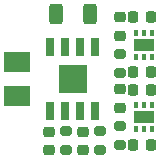
<source format=gbr>
%TF.GenerationSoftware,KiCad,Pcbnew,8.0.3*%
%TF.CreationDate,2024-11-10T00:39:18+08:00*%
%TF.ProjectId,NekoPurrTech_TiltingCtrl,4e656b6f-5075-4727-9254-6563685f5469,rev?*%
%TF.SameCoordinates,Original*%
%TF.FileFunction,Paste,Bot*%
%TF.FilePolarity,Positive*%
%FSLAX46Y46*%
G04 Gerber Fmt 4.6, Leading zero omitted, Abs format (unit mm)*
G04 Created by KiCad (PCBNEW 8.0.3) date 2024-11-10 00:39:18*
%MOMM*%
%LPD*%
G01*
G04 APERTURE LIST*
G04 Aperture macros list*
%AMRoundRect*
0 Rectangle with rounded corners*
0 $1 Rounding radius*
0 $2 $3 $4 $5 $6 $7 $8 $9 X,Y pos of 4 corners*
0 Add a 4 corners polygon primitive as box body*
4,1,4,$2,$3,$4,$5,$6,$7,$8,$9,$2,$3,0*
0 Add four circle primitives for the rounded corners*
1,1,$1+$1,$2,$3*
1,1,$1+$1,$4,$5*
1,1,$1+$1,$6,$7*
1,1,$1+$1,$8,$9*
0 Add four rect primitives between the rounded corners*
20,1,$1+$1,$2,$3,$4,$5,0*
20,1,$1+$1,$4,$5,$6,$7,0*
20,1,$1+$1,$6,$7,$8,$9,0*
20,1,$1+$1,$8,$9,$2,$3,0*%
G04 Aperture macros list end*
%ADD10R,0.350000X0.600000*%
%ADD11R,1.700000X1.100000*%
%ADD12R,0.650000X1.525000*%
%ADD13R,2.390000X2.390000*%
%ADD14R,2.300000X1.800000*%
%ADD15RoundRect,0.225000X-0.225000X-0.250000X0.225000X-0.250000X0.225000X0.250000X-0.225000X0.250000X0*%
%ADD16RoundRect,0.200000X0.275000X-0.200000X0.275000X0.200000X-0.275000X0.200000X-0.275000X-0.200000X0*%
%ADD17RoundRect,0.225000X0.225000X0.250000X-0.225000X0.250000X-0.225000X-0.250000X0.225000X-0.250000X0*%
%ADD18RoundRect,0.218750X0.256250X-0.218750X0.256250X0.218750X-0.256250X0.218750X-0.256250X-0.218750X0*%
%ADD19RoundRect,0.225000X-0.250000X0.225000X-0.250000X-0.225000X0.250000X-0.225000X0.250000X0.225000X0*%
%ADD20RoundRect,0.250000X0.312500X0.625000X-0.312500X0.625000X-0.312500X-0.625000X0.312500X-0.625000X0*%
G04 APERTURE END LIST*
D10*
%TO.C,IC3*%
X97475000Y-60662500D03*
X98125000Y-60662500D03*
X98775000Y-60662500D03*
X98775000Y-62762500D03*
X98125000Y-62762500D03*
X97475000Y-62762500D03*
D11*
X98125000Y-61712500D03*
%TD*%
D12*
%TO.C,IC2*%
X93980000Y-67337000D03*
X92710000Y-67337000D03*
X91440000Y-67337000D03*
X90170000Y-67337000D03*
X90170000Y-61913000D03*
X91440000Y-61913000D03*
X92710000Y-61913000D03*
X93980000Y-61913000D03*
D13*
X92075000Y-64625000D03*
%TD*%
D10*
%TO.C,IC1*%
X97480000Y-66763000D03*
X98130000Y-66763000D03*
X98780000Y-66763000D03*
X98780000Y-68863000D03*
X98130000Y-68863000D03*
X97480000Y-68863000D03*
D11*
X98130000Y-67813000D03*
%TD*%
D14*
%TO.C,C12*%
X87400000Y-63175000D03*
X87400000Y-66075000D03*
%TD*%
D15*
%TO.C,C10*%
X97175000Y-65500000D03*
X98725000Y-65500000D03*
%TD*%
D16*
%TO.C,R4*%
X91500000Y-70650000D03*
X91500000Y-69000000D03*
%TD*%
D17*
%TO.C,C9*%
X98725000Y-70150000D03*
X97175000Y-70150000D03*
%TD*%
D18*
%TO.C,D2*%
X96075000Y-60925000D03*
X96075000Y-59350000D03*
%TD*%
D16*
%TO.C,R1*%
X94425000Y-70650000D03*
X94425000Y-69000000D03*
%TD*%
D19*
%TO.C,C7*%
X90050000Y-69050000D03*
X90050000Y-70600000D03*
%TD*%
D20*
%TO.C,R9*%
X93552500Y-59080000D03*
X90627500Y-59080000D03*
%TD*%
D15*
%TO.C,C13*%
X97175000Y-59387500D03*
X98725000Y-59387500D03*
%TD*%
D16*
%TO.C,R10*%
X96100000Y-64112500D03*
X96100000Y-62462500D03*
%TD*%
%TO.C,R8*%
X96100000Y-70225000D03*
X96100000Y-68575000D03*
%TD*%
D18*
%TO.C,D1*%
X96075000Y-67037500D03*
X96075000Y-65462500D03*
%TD*%
D17*
%TO.C,C11*%
X98725000Y-64037500D03*
X97175000Y-64037500D03*
%TD*%
D19*
%TO.C,C2*%
X92950000Y-69050000D03*
X92950000Y-70600000D03*
%TD*%
M02*

</source>
